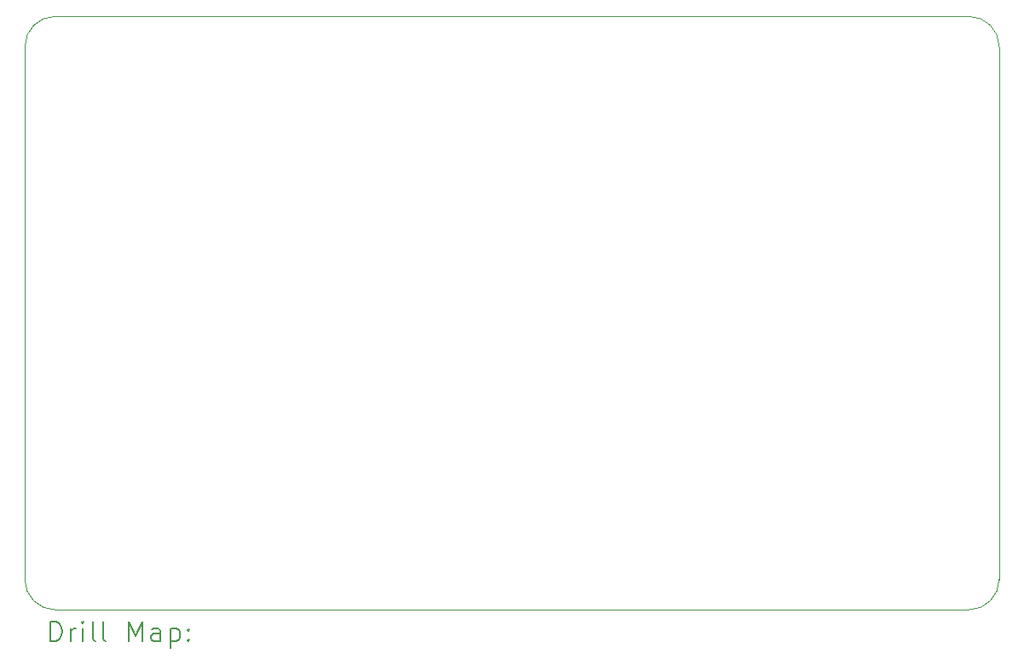
<source format=gbr>
%TF.GenerationSoftware,KiCad,Pcbnew,(6.0.7-1)-1*%
%TF.CreationDate,2022-08-16T19:52:38+02:00*%
%TF.ProjectId,wrist-support,77726973-742d-4737-9570-706f72742e6b,rev?*%
%TF.SameCoordinates,Original*%
%TF.FileFunction,Drillmap*%
%TF.FilePolarity,Positive*%
%FSLAX45Y45*%
G04 Gerber Fmt 4.5, Leading zero omitted, Abs format (unit mm)*
G04 Created by KiCad (PCBNEW (6.0.7-1)-1) date 2022-08-16 19:52:38*
%MOMM*%
%LPD*%
G01*
G04 APERTURE LIST*
%ADD10C,0.100000*%
%ADD11C,0.200000*%
G04 APERTURE END LIST*
D10*
X9675000Y-5600000D02*
X9675000Y-300000D01*
X0Y-5600000D02*
G75*
G03*
X300000Y-5900000I300000J0D01*
G01*
X300000Y0D02*
G75*
G03*
X0Y-300000I0J-300000D01*
G01*
X0Y-300000D02*
X0Y-5600000D01*
X9675000Y-300000D02*
G75*
G03*
X9375000Y0I-300000J0D01*
G01*
X300000Y0D02*
X9375000Y0D01*
X300000Y-5900000D02*
X9375000Y-5900000D01*
X9375000Y-5900000D02*
G75*
G03*
X9675000Y-5600000I0J300000D01*
G01*
D11*
X252619Y-6215476D02*
X252619Y-6015476D01*
X300238Y-6015476D01*
X328810Y-6025000D01*
X347857Y-6044048D01*
X357381Y-6063095D01*
X366905Y-6101190D01*
X366905Y-6129762D01*
X357381Y-6167857D01*
X347857Y-6186905D01*
X328810Y-6205952D01*
X300238Y-6215476D01*
X252619Y-6215476D01*
X452619Y-6215476D02*
X452619Y-6082143D01*
X452619Y-6120238D02*
X462143Y-6101190D01*
X471667Y-6091667D01*
X490714Y-6082143D01*
X509762Y-6082143D01*
X576429Y-6215476D02*
X576429Y-6082143D01*
X576429Y-6015476D02*
X566905Y-6025000D01*
X576429Y-6034524D01*
X585952Y-6025000D01*
X576429Y-6015476D01*
X576429Y-6034524D01*
X700238Y-6215476D02*
X681190Y-6205952D01*
X671667Y-6186905D01*
X671667Y-6015476D01*
X805000Y-6215476D02*
X785952Y-6205952D01*
X776428Y-6186905D01*
X776428Y-6015476D01*
X1033571Y-6215476D02*
X1033571Y-6015476D01*
X1100238Y-6158333D01*
X1166905Y-6015476D01*
X1166905Y-6215476D01*
X1347857Y-6215476D02*
X1347857Y-6110714D01*
X1338333Y-6091667D01*
X1319286Y-6082143D01*
X1281190Y-6082143D01*
X1262143Y-6091667D01*
X1347857Y-6205952D02*
X1328810Y-6215476D01*
X1281190Y-6215476D01*
X1262143Y-6205952D01*
X1252619Y-6186905D01*
X1252619Y-6167857D01*
X1262143Y-6148809D01*
X1281190Y-6139286D01*
X1328810Y-6139286D01*
X1347857Y-6129762D01*
X1443095Y-6082143D02*
X1443095Y-6282143D01*
X1443095Y-6091667D02*
X1462143Y-6082143D01*
X1500238Y-6082143D01*
X1519286Y-6091667D01*
X1528809Y-6101190D01*
X1538333Y-6120238D01*
X1538333Y-6177381D01*
X1528809Y-6196428D01*
X1519286Y-6205952D01*
X1500238Y-6215476D01*
X1462143Y-6215476D01*
X1443095Y-6205952D01*
X1624048Y-6196428D02*
X1633571Y-6205952D01*
X1624048Y-6215476D01*
X1614524Y-6205952D01*
X1624048Y-6196428D01*
X1624048Y-6215476D01*
X1624048Y-6091667D02*
X1633571Y-6101190D01*
X1624048Y-6110714D01*
X1614524Y-6101190D01*
X1624048Y-6091667D01*
X1624048Y-6110714D01*
M02*

</source>
